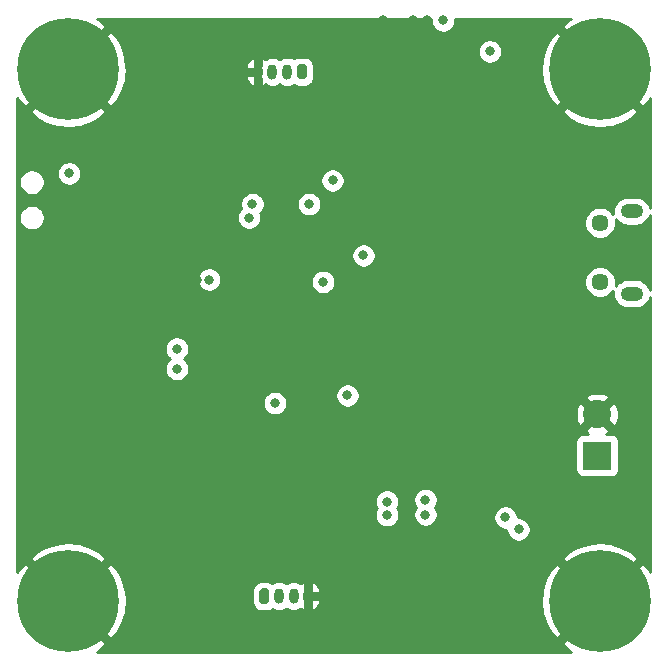
<source format=gbr>
%TF.GenerationSoftware,KiCad,Pcbnew,(5.1.8)-1*%
%TF.CreationDate,2021-01-09T13:57:28-05:00*%
%TF.ProjectId,STM32+USB+BUCK,53544d33-322b-4555-9342-2b4255434b2e,rev?*%
%TF.SameCoordinates,Original*%
%TF.FileFunction,Copper,L2,Inr*%
%TF.FilePolarity,Positive*%
%FSLAX46Y46*%
G04 Gerber Fmt 4.6, Leading zero omitted, Abs format (unit mm)*
G04 Created by KiCad (PCBNEW (5.1.8)-1) date 2021-01-09 13:57:28*
%MOMM*%
%LPD*%
G01*
G04 APERTURE LIST*
%TA.AperFunction,ComponentPad*%
%ADD10O,1.900000X1.200000*%
%TD*%
%TA.AperFunction,ComponentPad*%
%ADD11C,1.450000*%
%TD*%
%TA.AperFunction,ComponentPad*%
%ADD12C,8.600000*%
%TD*%
%TA.AperFunction,ComponentPad*%
%ADD13R,2.400000X2.400000*%
%TD*%
%TA.AperFunction,ComponentPad*%
%ADD14C,2.400000*%
%TD*%
%TA.AperFunction,ComponentPad*%
%ADD15O,0.800000X1.300000*%
%TD*%
%TA.AperFunction,ViaPad*%
%ADD16C,0.800000*%
%TD*%
%TA.AperFunction,Conductor*%
%ADD17C,0.254000*%
%TD*%
%TA.AperFunction,Conductor*%
%ADD18C,0.100000*%
%TD*%
G04 APERTURE END LIST*
D10*
%TO.N,Net-(J1-Pad6)*%
%TO.C,J1*%
X162737500Y-92000000D03*
X162737500Y-99000000D03*
D11*
X160037500Y-93000000D03*
X160037500Y-98000000D03*
%TD*%
D12*
%TO.N,GND*%
%TO.C,H1*%
X160000000Y-80000000D03*
%TD*%
%TO.N,GND*%
%TO.C,H2*%
X115000000Y-125000000D03*
%TD*%
%TO.N,GND*%
%TO.C,H3*%
X160000000Y-125000000D03*
%TD*%
%TO.N,GND*%
%TO.C,H4*%
X115000000Y-80000000D03*
%TD*%
D13*
%TO.N,+12V*%
%TO.C,J2*%
X159800000Y-112700000D03*
D14*
%TO.N,GND*%
X159800000Y-109200000D03*
%TD*%
%TO.N,+3V3*%
%TO.C,J3*%
%TA.AperFunction,ComponentPad*%
G36*
G01*
X135200000Y-79750000D02*
X135200000Y-80650000D01*
G75*
G02*
X135000000Y-80850000I-200000J0D01*
G01*
X134600000Y-80850000D01*
G75*
G02*
X134400000Y-80650000I0J200000D01*
G01*
X134400000Y-79750000D01*
G75*
G02*
X134600000Y-79550000I200000J0D01*
G01*
X135000000Y-79550000D01*
G75*
G02*
X135200000Y-79750000I0J-200000D01*
G01*
G37*
%TD.AperFunction*%
D15*
%TO.N,I2C1_SCL*%
X133550000Y-80200000D03*
%TO.N,I2C1_SDA*%
X132300000Y-80200000D03*
%TO.N,GND*%
X131050000Y-80200000D03*
%TD*%
%TO.N,GND*%
%TO.C,J5*%
X135350000Y-124600000D03*
%TO.N,USART3_RX*%
X134100000Y-124600000D03*
%TO.N,USART3_TX*%
X132850000Y-124600000D03*
%TO.N,+3V3*%
%TA.AperFunction,ComponentPad*%
G36*
G01*
X131200000Y-125050000D02*
X131200000Y-124150000D01*
G75*
G02*
X131400000Y-123950000I200000J0D01*
G01*
X131800000Y-123950000D01*
G75*
G02*
X132000000Y-124150000I0J-200000D01*
G01*
X132000000Y-125050000D01*
G75*
G02*
X131800000Y-125250000I-200000J0D01*
G01*
X131400000Y-125250000D01*
G75*
G02*
X131200000Y-125050000I0J200000D01*
G01*
G37*
%TD.AperFunction*%
%TD*%
D16*
%TO.N,GND*%
X154650000Y-110800000D03*
X152150000Y-110750000D03*
X155250000Y-105450000D03*
X155300000Y-107850000D03*
X150450000Y-115350000D03*
X150450000Y-117550000D03*
X150450000Y-118500000D03*
X147750000Y-119650000D03*
X147750000Y-120800000D03*
X147800000Y-122350000D03*
X147800000Y-123550000D03*
X150370000Y-80460000D03*
X145400000Y-75850000D03*
X144200000Y-75850000D03*
X141650000Y-75850000D03*
X125050000Y-95950000D03*
X127850000Y-95950000D03*
X126950000Y-91900000D03*
X115200000Y-93300000D03*
X125900000Y-97800000D03*
X121300000Y-99900000D03*
X126000000Y-101550000D03*
X127000000Y-101500000D03*
X141150000Y-106800000D03*
X140700000Y-108850000D03*
X129500000Y-108300000D03*
X140700000Y-93500000D03*
X142500000Y-94000000D03*
X131650000Y-92500000D03*
X154686000Y-93726000D03*
X147828000Y-110236000D03*
X147828000Y-111506000D03*
X156400000Y-115400000D03*
X157700000Y-116250000D03*
X154750000Y-111800000D03*
X156000000Y-112950000D03*
X158350000Y-94200000D03*
X157300000Y-94200000D03*
X157300000Y-93150000D03*
X158350000Y-93150000D03*
X126300000Y-105050000D03*
%TO.N,+3V3*%
X130600000Y-91400000D03*
X130320000Y-92550000D03*
X135400000Y-91400000D03*
X140000000Y-95750000D03*
X152025000Y-117925000D03*
X153150000Y-118950000D03*
X150710000Y-78470000D03*
X146750000Y-75850000D03*
X115100000Y-88800000D03*
X126950000Y-97800000D03*
X124215000Y-103650000D03*
X124215000Y-105350000D03*
X138650000Y-107600000D03*
X132500000Y-108250000D03*
X145250000Y-116450000D03*
X142000000Y-116600000D03*
X145250000Y-117700000D03*
X142000000Y-117750000D03*
%TO.N,NRST*%
X137400000Y-89400000D03*
X136600000Y-98000000D03*
%TD*%
D17*
%TO.N,GND*%
X145715000Y-75748061D02*
X145715000Y-75951939D01*
X145754774Y-76151898D01*
X145832795Y-76340256D01*
X145946063Y-76509774D01*
X146090226Y-76653937D01*
X146259744Y-76767205D01*
X146448102Y-76845226D01*
X146648061Y-76885000D01*
X146851939Y-76885000D01*
X147051898Y-76845226D01*
X147240256Y-76767205D01*
X147409774Y-76653937D01*
X147553937Y-76509774D01*
X147667205Y-76340256D01*
X147745226Y-76151898D01*
X147785000Y-75951939D01*
X147785000Y-75748061D01*
X147777429Y-75710000D01*
X157546647Y-75710000D01*
X157289527Y-75847433D01*
X156785693Y-76434968D01*
X160000000Y-79649275D01*
X160014143Y-79635133D01*
X160364868Y-79985858D01*
X160350725Y-80000000D01*
X163565032Y-83214307D01*
X164152567Y-82710473D01*
X164290000Y-82446561D01*
X164290000Y-91709670D01*
X164234011Y-91525099D01*
X164119333Y-91310551D01*
X163965002Y-91122498D01*
X163776949Y-90968167D01*
X163562401Y-90853489D01*
X163329602Y-90782870D01*
X163148165Y-90765000D01*
X162326835Y-90765000D01*
X162145398Y-90782870D01*
X161912599Y-90853489D01*
X161698051Y-90968167D01*
X161509998Y-91122498D01*
X161355667Y-91310551D01*
X161240989Y-91525099D01*
X161170370Y-91757898D01*
X161146525Y-92000000D01*
X161170370Y-92242102D01*
X161173383Y-92252035D01*
X161093881Y-92133051D01*
X160904449Y-91943619D01*
X160681701Y-91794784D01*
X160434197Y-91692264D01*
X160171448Y-91640000D01*
X159903552Y-91640000D01*
X159640803Y-91692264D01*
X159393299Y-91794784D01*
X159170551Y-91943619D01*
X158981119Y-92133051D01*
X158832284Y-92355799D01*
X158729764Y-92603303D01*
X158677500Y-92866052D01*
X158677500Y-93133948D01*
X158729764Y-93396697D01*
X158832284Y-93644201D01*
X158981119Y-93866949D01*
X159170551Y-94056381D01*
X159393299Y-94205216D01*
X159640803Y-94307736D01*
X159903552Y-94360000D01*
X160171448Y-94360000D01*
X160434197Y-94307736D01*
X160681701Y-94205216D01*
X160904449Y-94056381D01*
X161093881Y-93866949D01*
X161242716Y-93644201D01*
X161345236Y-93396697D01*
X161397500Y-93133948D01*
X161397500Y-92866052D01*
X161364516Y-92700232D01*
X161509998Y-92877502D01*
X161698051Y-93031833D01*
X161912599Y-93146511D01*
X162145398Y-93217130D01*
X162326835Y-93235000D01*
X163148165Y-93235000D01*
X163329602Y-93217130D01*
X163562401Y-93146511D01*
X163776949Y-93031833D01*
X163965002Y-92877502D01*
X164119333Y-92689449D01*
X164234011Y-92474901D01*
X164290000Y-92290330D01*
X164290000Y-98709671D01*
X164234011Y-98525099D01*
X164119333Y-98310551D01*
X163965002Y-98122498D01*
X163776949Y-97968167D01*
X163562401Y-97853489D01*
X163329602Y-97782870D01*
X163148165Y-97765000D01*
X162326835Y-97765000D01*
X162145398Y-97782870D01*
X161912599Y-97853489D01*
X161698051Y-97968167D01*
X161509998Y-98122498D01*
X161364516Y-98299768D01*
X161397500Y-98133948D01*
X161397500Y-97866052D01*
X161345236Y-97603303D01*
X161242716Y-97355799D01*
X161093881Y-97133051D01*
X160904449Y-96943619D01*
X160681701Y-96794784D01*
X160434197Y-96692264D01*
X160171448Y-96640000D01*
X159903552Y-96640000D01*
X159640803Y-96692264D01*
X159393299Y-96794784D01*
X159170551Y-96943619D01*
X158981119Y-97133051D01*
X158832284Y-97355799D01*
X158729764Y-97603303D01*
X158677500Y-97866052D01*
X158677500Y-98133948D01*
X158729764Y-98396697D01*
X158832284Y-98644201D01*
X158981119Y-98866949D01*
X159170551Y-99056381D01*
X159393299Y-99205216D01*
X159640803Y-99307736D01*
X159903552Y-99360000D01*
X160171448Y-99360000D01*
X160434197Y-99307736D01*
X160681701Y-99205216D01*
X160904449Y-99056381D01*
X161093881Y-98866949D01*
X161173383Y-98747965D01*
X161170370Y-98757898D01*
X161146525Y-99000000D01*
X161170370Y-99242102D01*
X161240989Y-99474901D01*
X161355667Y-99689449D01*
X161509998Y-99877502D01*
X161698051Y-100031833D01*
X161912599Y-100146511D01*
X162145398Y-100217130D01*
X162326835Y-100235000D01*
X163148165Y-100235000D01*
X163329602Y-100217130D01*
X163562401Y-100146511D01*
X163776949Y-100031833D01*
X163965002Y-99877502D01*
X164119333Y-99689449D01*
X164234011Y-99474901D01*
X164290000Y-99290329D01*
X164290001Y-122546649D01*
X164152567Y-122289527D01*
X163565032Y-121785693D01*
X160350725Y-125000000D01*
X160364868Y-125014143D01*
X160014143Y-125364868D01*
X160000000Y-125350725D01*
X156785693Y-128565032D01*
X157289527Y-129152567D01*
X157553439Y-129290000D01*
X117453353Y-129290000D01*
X117710473Y-129152567D01*
X118214307Y-128565032D01*
X115000000Y-125350725D01*
X114985858Y-125364868D01*
X114635133Y-125014143D01*
X114649275Y-125000000D01*
X115350725Y-125000000D01*
X118565032Y-128214307D01*
X119152567Y-127710473D01*
X119601564Y-126848265D01*
X119873724Y-125915031D01*
X119958591Y-124946632D01*
X119871463Y-124150000D01*
X130561928Y-124150000D01*
X130561928Y-125050000D01*
X130578031Y-125213500D01*
X130625722Y-125370716D01*
X130703169Y-125515608D01*
X130807394Y-125642606D01*
X130934392Y-125746831D01*
X131079284Y-125824278D01*
X131236500Y-125871969D01*
X131400000Y-125888072D01*
X131800000Y-125888072D01*
X131963500Y-125871969D01*
X132120716Y-125824278D01*
X132265608Y-125746831D01*
X132291894Y-125725259D01*
X132452008Y-125810841D01*
X132647106Y-125870024D01*
X132850000Y-125890007D01*
X133052895Y-125870024D01*
X133247993Y-125810841D01*
X133427797Y-125714734D01*
X133475000Y-125675995D01*
X133522204Y-125714734D01*
X133702008Y-125810841D01*
X133897106Y-125870024D01*
X134100000Y-125890007D01*
X134302895Y-125870024D01*
X134497993Y-125810841D01*
X134677797Y-125714734D01*
X134726707Y-125674595D01*
X134739885Y-125686351D01*
X134914772Y-125789308D01*
X134947860Y-125803682D01*
X135102000Y-125690423D01*
X135102000Y-125112310D01*
X135120024Y-125052894D01*
X135135000Y-124900837D01*
X135135000Y-124848000D01*
X135598000Y-124848000D01*
X135598000Y-125690423D01*
X135752140Y-125803682D01*
X135785228Y-125789308D01*
X135960115Y-125686351D01*
X136111556Y-125551253D01*
X136233731Y-125389206D01*
X136321944Y-125206438D01*
X136361571Y-125053368D01*
X155041409Y-125053368D01*
X155147099Y-126019716D01*
X155439284Y-126946876D01*
X155847433Y-127710473D01*
X156434968Y-128214307D01*
X159649275Y-125000000D01*
X156434968Y-121785693D01*
X155847433Y-122289527D01*
X155398436Y-123151735D01*
X155126276Y-124084969D01*
X155041409Y-125053368D01*
X136361571Y-125053368D01*
X136372806Y-125009972D01*
X136226489Y-124848000D01*
X135598000Y-124848000D01*
X135135000Y-124848000D01*
X135135000Y-124299162D01*
X135120024Y-124147105D01*
X135102000Y-124087689D01*
X135102000Y-123509577D01*
X135598000Y-123509577D01*
X135598000Y-124352000D01*
X136226489Y-124352000D01*
X136372806Y-124190028D01*
X136321944Y-123993562D01*
X136233731Y-123810794D01*
X136111556Y-123648747D01*
X135960115Y-123513649D01*
X135785228Y-123410692D01*
X135752140Y-123396318D01*
X135598000Y-123509577D01*
X135102000Y-123509577D01*
X134947860Y-123396318D01*
X134914772Y-123410692D01*
X134739885Y-123513649D01*
X134726707Y-123525405D01*
X134677797Y-123485266D01*
X134497992Y-123389159D01*
X134302894Y-123329976D01*
X134100000Y-123309993D01*
X133897105Y-123329976D01*
X133702007Y-123389159D01*
X133522203Y-123485266D01*
X133475000Y-123524004D01*
X133427797Y-123485266D01*
X133247992Y-123389159D01*
X133052894Y-123329976D01*
X132850000Y-123309993D01*
X132647105Y-123329976D01*
X132452007Y-123389159D01*
X132291894Y-123474741D01*
X132265608Y-123453169D01*
X132120716Y-123375722D01*
X131963500Y-123328031D01*
X131800000Y-123311928D01*
X131400000Y-123311928D01*
X131236500Y-123328031D01*
X131079284Y-123375722D01*
X130934392Y-123453169D01*
X130807394Y-123557394D01*
X130703169Y-123684392D01*
X130625722Y-123829284D01*
X130578031Y-123986500D01*
X130561928Y-124150000D01*
X119871463Y-124150000D01*
X119852901Y-123980284D01*
X119560716Y-123053124D01*
X119152567Y-122289527D01*
X118565032Y-121785693D01*
X115350725Y-125000000D01*
X114649275Y-125000000D01*
X111434968Y-121785693D01*
X110847433Y-122289527D01*
X110710000Y-122553439D01*
X110710000Y-121434968D01*
X111785693Y-121434968D01*
X115000000Y-124649275D01*
X118214307Y-121434968D01*
X156785693Y-121434968D01*
X160000000Y-124649275D01*
X163214307Y-121434968D01*
X162710473Y-120847433D01*
X161848265Y-120398436D01*
X160915031Y-120126276D01*
X159946632Y-120041409D01*
X158980284Y-120147099D01*
X158053124Y-120439284D01*
X157289527Y-120847433D01*
X156785693Y-121434968D01*
X118214307Y-121434968D01*
X117710473Y-120847433D01*
X116848265Y-120398436D01*
X115915031Y-120126276D01*
X114946632Y-120041409D01*
X113980284Y-120147099D01*
X113053124Y-120439284D01*
X112289527Y-120847433D01*
X111785693Y-121434968D01*
X110710000Y-121434968D01*
X110710000Y-116498061D01*
X140965000Y-116498061D01*
X140965000Y-116701939D01*
X141004774Y-116901898D01*
X141082795Y-117090256D01*
X141139419Y-117175000D01*
X141082795Y-117259744D01*
X141004774Y-117448102D01*
X140965000Y-117648061D01*
X140965000Y-117851939D01*
X141004774Y-118051898D01*
X141082795Y-118240256D01*
X141196063Y-118409774D01*
X141340226Y-118553937D01*
X141509744Y-118667205D01*
X141698102Y-118745226D01*
X141898061Y-118785000D01*
X142101939Y-118785000D01*
X142301898Y-118745226D01*
X142490256Y-118667205D01*
X142659774Y-118553937D01*
X142803937Y-118409774D01*
X142917205Y-118240256D01*
X142995226Y-118051898D01*
X143035000Y-117851939D01*
X143035000Y-117648061D01*
X142995226Y-117448102D01*
X142917205Y-117259744D01*
X142860581Y-117175000D01*
X142917205Y-117090256D01*
X142995226Y-116901898D01*
X143035000Y-116701939D01*
X143035000Y-116498061D01*
X143005164Y-116348061D01*
X144215000Y-116348061D01*
X144215000Y-116551939D01*
X144254774Y-116751898D01*
X144332795Y-116940256D01*
X144422828Y-117075000D01*
X144332795Y-117209744D01*
X144254774Y-117398102D01*
X144215000Y-117598061D01*
X144215000Y-117801939D01*
X144254774Y-118001898D01*
X144332795Y-118190256D01*
X144446063Y-118359774D01*
X144590226Y-118503937D01*
X144759744Y-118617205D01*
X144948102Y-118695226D01*
X145148061Y-118735000D01*
X145351939Y-118735000D01*
X145551898Y-118695226D01*
X145740256Y-118617205D01*
X145909774Y-118503937D01*
X146053937Y-118359774D01*
X146167205Y-118190256D01*
X146245226Y-118001898D01*
X146280798Y-117823061D01*
X150990000Y-117823061D01*
X150990000Y-118026939D01*
X151029774Y-118226898D01*
X151107795Y-118415256D01*
X151221063Y-118584774D01*
X151365226Y-118728937D01*
X151534744Y-118842205D01*
X151723102Y-118920226D01*
X151923061Y-118960000D01*
X152115000Y-118960000D01*
X152115000Y-119051939D01*
X152154774Y-119251898D01*
X152232795Y-119440256D01*
X152346063Y-119609774D01*
X152490226Y-119753937D01*
X152659744Y-119867205D01*
X152848102Y-119945226D01*
X153048061Y-119985000D01*
X153251939Y-119985000D01*
X153451898Y-119945226D01*
X153640256Y-119867205D01*
X153809774Y-119753937D01*
X153953937Y-119609774D01*
X154067205Y-119440256D01*
X154145226Y-119251898D01*
X154185000Y-119051939D01*
X154185000Y-118848061D01*
X154145226Y-118648102D01*
X154067205Y-118459744D01*
X153953937Y-118290226D01*
X153809774Y-118146063D01*
X153640256Y-118032795D01*
X153451898Y-117954774D01*
X153251939Y-117915000D01*
X153060000Y-117915000D01*
X153060000Y-117823061D01*
X153020226Y-117623102D01*
X152942205Y-117434744D01*
X152828937Y-117265226D01*
X152684774Y-117121063D01*
X152515256Y-117007795D01*
X152326898Y-116929774D01*
X152126939Y-116890000D01*
X151923061Y-116890000D01*
X151723102Y-116929774D01*
X151534744Y-117007795D01*
X151365226Y-117121063D01*
X151221063Y-117265226D01*
X151107795Y-117434744D01*
X151029774Y-117623102D01*
X150990000Y-117823061D01*
X146280798Y-117823061D01*
X146285000Y-117801939D01*
X146285000Y-117598061D01*
X146245226Y-117398102D01*
X146167205Y-117209744D01*
X146077172Y-117075000D01*
X146167205Y-116940256D01*
X146245226Y-116751898D01*
X146285000Y-116551939D01*
X146285000Y-116348061D01*
X146245226Y-116148102D01*
X146167205Y-115959744D01*
X146053937Y-115790226D01*
X145909774Y-115646063D01*
X145740256Y-115532795D01*
X145551898Y-115454774D01*
X145351939Y-115415000D01*
X145148061Y-115415000D01*
X144948102Y-115454774D01*
X144759744Y-115532795D01*
X144590226Y-115646063D01*
X144446063Y-115790226D01*
X144332795Y-115959744D01*
X144254774Y-116148102D01*
X144215000Y-116348061D01*
X143005164Y-116348061D01*
X142995226Y-116298102D01*
X142917205Y-116109744D01*
X142803937Y-115940226D01*
X142659774Y-115796063D01*
X142490256Y-115682795D01*
X142301898Y-115604774D01*
X142101939Y-115565000D01*
X141898061Y-115565000D01*
X141698102Y-115604774D01*
X141509744Y-115682795D01*
X141340226Y-115796063D01*
X141196063Y-115940226D01*
X141082795Y-116109744D01*
X141004774Y-116298102D01*
X140965000Y-116498061D01*
X110710000Y-116498061D01*
X110710000Y-111500000D01*
X157961928Y-111500000D01*
X157961928Y-113900000D01*
X157974188Y-114024482D01*
X158010498Y-114144180D01*
X158069463Y-114254494D01*
X158148815Y-114351185D01*
X158245506Y-114430537D01*
X158355820Y-114489502D01*
X158475518Y-114525812D01*
X158600000Y-114538072D01*
X161000000Y-114538072D01*
X161124482Y-114525812D01*
X161244180Y-114489502D01*
X161354494Y-114430537D01*
X161451185Y-114351185D01*
X161530537Y-114254494D01*
X161589502Y-114144180D01*
X161625812Y-114024482D01*
X161638072Y-113900000D01*
X161638072Y-111500000D01*
X161625812Y-111375518D01*
X161589502Y-111255820D01*
X161530537Y-111145506D01*
X161451185Y-111048815D01*
X161354494Y-110969463D01*
X161244180Y-110910498D01*
X161124482Y-110874188D01*
X161000000Y-110861928D01*
X160583434Y-110861928D01*
X160665069Y-110828356D01*
X160673321Y-110823946D01*
X160803229Y-110553954D01*
X159800000Y-109550725D01*
X158796771Y-110553954D01*
X158926679Y-110823946D01*
X159017722Y-110861928D01*
X158600000Y-110861928D01*
X158475518Y-110874188D01*
X158355820Y-110910498D01*
X158245506Y-110969463D01*
X158148815Y-111048815D01*
X158069463Y-111145506D01*
X158010498Y-111255820D01*
X157974188Y-111375518D01*
X157961928Y-111500000D01*
X110710000Y-111500000D01*
X110710000Y-109376075D01*
X157964547Y-109376075D01*
X158034166Y-109730771D01*
X158171644Y-110065069D01*
X158176054Y-110073321D01*
X158446046Y-110203229D01*
X159449275Y-109200000D01*
X160150725Y-109200000D01*
X161153954Y-110203229D01*
X161423946Y-110073321D01*
X161563118Y-109739725D01*
X161634536Y-109385387D01*
X161635453Y-109023925D01*
X161565834Y-108669229D01*
X161428356Y-108334931D01*
X161423946Y-108326679D01*
X161153954Y-108196771D01*
X160150725Y-109200000D01*
X159449275Y-109200000D01*
X158446046Y-108196771D01*
X158176054Y-108326679D01*
X158036882Y-108660275D01*
X157965464Y-109014613D01*
X157964547Y-109376075D01*
X110710000Y-109376075D01*
X110710000Y-108148061D01*
X131465000Y-108148061D01*
X131465000Y-108351939D01*
X131504774Y-108551898D01*
X131582795Y-108740256D01*
X131696063Y-108909774D01*
X131840226Y-109053937D01*
X132009744Y-109167205D01*
X132198102Y-109245226D01*
X132398061Y-109285000D01*
X132601939Y-109285000D01*
X132801898Y-109245226D01*
X132990256Y-109167205D01*
X133159774Y-109053937D01*
X133303937Y-108909774D01*
X133417205Y-108740256D01*
X133495226Y-108551898D01*
X133535000Y-108351939D01*
X133535000Y-108148061D01*
X133495226Y-107948102D01*
X133417205Y-107759744D01*
X133303937Y-107590226D01*
X133211772Y-107498061D01*
X137615000Y-107498061D01*
X137615000Y-107701939D01*
X137654774Y-107901898D01*
X137732795Y-108090256D01*
X137846063Y-108259774D01*
X137990226Y-108403937D01*
X138159744Y-108517205D01*
X138348102Y-108595226D01*
X138548061Y-108635000D01*
X138751939Y-108635000D01*
X138951898Y-108595226D01*
X139140256Y-108517205D01*
X139309774Y-108403937D01*
X139453937Y-108259774D01*
X139567205Y-108090256D01*
X139645226Y-107901898D01*
X139656335Y-107846046D01*
X158796771Y-107846046D01*
X159800000Y-108849275D01*
X160803229Y-107846046D01*
X160673321Y-107576054D01*
X160339725Y-107436882D01*
X159985387Y-107365464D01*
X159623925Y-107364547D01*
X159269229Y-107434166D01*
X158934931Y-107571644D01*
X158926679Y-107576054D01*
X158796771Y-107846046D01*
X139656335Y-107846046D01*
X139685000Y-107701939D01*
X139685000Y-107498061D01*
X139645226Y-107298102D01*
X139567205Y-107109744D01*
X139453937Y-106940226D01*
X139309774Y-106796063D01*
X139140256Y-106682795D01*
X138951898Y-106604774D01*
X138751939Y-106565000D01*
X138548061Y-106565000D01*
X138348102Y-106604774D01*
X138159744Y-106682795D01*
X137990226Y-106796063D01*
X137846063Y-106940226D01*
X137732795Y-107109744D01*
X137654774Y-107298102D01*
X137615000Y-107498061D01*
X133211772Y-107498061D01*
X133159774Y-107446063D01*
X132990256Y-107332795D01*
X132801898Y-107254774D01*
X132601939Y-107215000D01*
X132398061Y-107215000D01*
X132198102Y-107254774D01*
X132009744Y-107332795D01*
X131840226Y-107446063D01*
X131696063Y-107590226D01*
X131582795Y-107759744D01*
X131504774Y-107948102D01*
X131465000Y-108148061D01*
X110710000Y-108148061D01*
X110710000Y-103548061D01*
X123180000Y-103548061D01*
X123180000Y-103751939D01*
X123219774Y-103951898D01*
X123297795Y-104140256D01*
X123411063Y-104309774D01*
X123555226Y-104453937D01*
X123624164Y-104500000D01*
X123555226Y-104546063D01*
X123411063Y-104690226D01*
X123297795Y-104859744D01*
X123219774Y-105048102D01*
X123180000Y-105248061D01*
X123180000Y-105451939D01*
X123219774Y-105651898D01*
X123297795Y-105840256D01*
X123411063Y-106009774D01*
X123555226Y-106153937D01*
X123724744Y-106267205D01*
X123913102Y-106345226D01*
X124113061Y-106385000D01*
X124316939Y-106385000D01*
X124516898Y-106345226D01*
X124705256Y-106267205D01*
X124874774Y-106153937D01*
X125018937Y-106009774D01*
X125132205Y-105840256D01*
X125210226Y-105651898D01*
X125250000Y-105451939D01*
X125250000Y-105248061D01*
X125210226Y-105048102D01*
X125132205Y-104859744D01*
X125018937Y-104690226D01*
X124874774Y-104546063D01*
X124805836Y-104500000D01*
X124874774Y-104453937D01*
X125018937Y-104309774D01*
X125132205Y-104140256D01*
X125210226Y-103951898D01*
X125250000Y-103751939D01*
X125250000Y-103548061D01*
X125210226Y-103348102D01*
X125132205Y-103159744D01*
X125018937Y-102990226D01*
X124874774Y-102846063D01*
X124705256Y-102732795D01*
X124516898Y-102654774D01*
X124316939Y-102615000D01*
X124113061Y-102615000D01*
X123913102Y-102654774D01*
X123724744Y-102732795D01*
X123555226Y-102846063D01*
X123411063Y-102990226D01*
X123297795Y-103159744D01*
X123219774Y-103348102D01*
X123180000Y-103548061D01*
X110710000Y-103548061D01*
X110710000Y-97698061D01*
X125915000Y-97698061D01*
X125915000Y-97901939D01*
X125954774Y-98101898D01*
X126032795Y-98290256D01*
X126146063Y-98459774D01*
X126290226Y-98603937D01*
X126459744Y-98717205D01*
X126648102Y-98795226D01*
X126848061Y-98835000D01*
X127051939Y-98835000D01*
X127251898Y-98795226D01*
X127440256Y-98717205D01*
X127609774Y-98603937D01*
X127753937Y-98459774D01*
X127867205Y-98290256D01*
X127945226Y-98101898D01*
X127985000Y-97901939D01*
X127985000Y-97898061D01*
X135565000Y-97898061D01*
X135565000Y-98101939D01*
X135604774Y-98301898D01*
X135682795Y-98490256D01*
X135796063Y-98659774D01*
X135940226Y-98803937D01*
X136109744Y-98917205D01*
X136298102Y-98995226D01*
X136498061Y-99035000D01*
X136701939Y-99035000D01*
X136901898Y-98995226D01*
X137090256Y-98917205D01*
X137259774Y-98803937D01*
X137403937Y-98659774D01*
X137517205Y-98490256D01*
X137595226Y-98301898D01*
X137635000Y-98101939D01*
X137635000Y-97898061D01*
X137595226Y-97698102D01*
X137517205Y-97509744D01*
X137403937Y-97340226D01*
X137259774Y-97196063D01*
X137090256Y-97082795D01*
X136901898Y-97004774D01*
X136701939Y-96965000D01*
X136498061Y-96965000D01*
X136298102Y-97004774D01*
X136109744Y-97082795D01*
X135940226Y-97196063D01*
X135796063Y-97340226D01*
X135682795Y-97509744D01*
X135604774Y-97698102D01*
X135565000Y-97898061D01*
X127985000Y-97898061D01*
X127985000Y-97698061D01*
X127945226Y-97498102D01*
X127867205Y-97309744D01*
X127753937Y-97140226D01*
X127609774Y-96996063D01*
X127440256Y-96882795D01*
X127251898Y-96804774D01*
X127051939Y-96765000D01*
X126848061Y-96765000D01*
X126648102Y-96804774D01*
X126459744Y-96882795D01*
X126290226Y-96996063D01*
X126146063Y-97140226D01*
X126032795Y-97309744D01*
X125954774Y-97498102D01*
X125915000Y-97698061D01*
X110710000Y-97698061D01*
X110710000Y-95648061D01*
X138965000Y-95648061D01*
X138965000Y-95851939D01*
X139004774Y-96051898D01*
X139082795Y-96240256D01*
X139196063Y-96409774D01*
X139340226Y-96553937D01*
X139509744Y-96667205D01*
X139698102Y-96745226D01*
X139898061Y-96785000D01*
X140101939Y-96785000D01*
X140301898Y-96745226D01*
X140490256Y-96667205D01*
X140659774Y-96553937D01*
X140803937Y-96409774D01*
X140917205Y-96240256D01*
X140995226Y-96051898D01*
X141035000Y-95851939D01*
X141035000Y-95648061D01*
X140995226Y-95448102D01*
X140917205Y-95259744D01*
X140803937Y-95090226D01*
X140659774Y-94946063D01*
X140490256Y-94832795D01*
X140301898Y-94754774D01*
X140101939Y-94715000D01*
X139898061Y-94715000D01*
X139698102Y-94754774D01*
X139509744Y-94832795D01*
X139340226Y-94946063D01*
X139196063Y-95090226D01*
X139082795Y-95259744D01*
X139004774Y-95448102D01*
X138965000Y-95648061D01*
X110710000Y-95648061D01*
X110710000Y-92443137D01*
X110835000Y-92443137D01*
X110835000Y-92656863D01*
X110876696Y-92866483D01*
X110958485Y-93063940D01*
X111077225Y-93241647D01*
X111228353Y-93392775D01*
X111406060Y-93511515D01*
X111603517Y-93593304D01*
X111813137Y-93635000D01*
X112026863Y-93635000D01*
X112236483Y-93593304D01*
X112433940Y-93511515D01*
X112611647Y-93392775D01*
X112762775Y-93241647D01*
X112881515Y-93063940D01*
X112963304Y-92866483D01*
X113005000Y-92656863D01*
X113005000Y-92448061D01*
X129285000Y-92448061D01*
X129285000Y-92651939D01*
X129324774Y-92851898D01*
X129402795Y-93040256D01*
X129516063Y-93209774D01*
X129660226Y-93353937D01*
X129829744Y-93467205D01*
X130018102Y-93545226D01*
X130218061Y-93585000D01*
X130421939Y-93585000D01*
X130621898Y-93545226D01*
X130810256Y-93467205D01*
X130979774Y-93353937D01*
X131123937Y-93209774D01*
X131237205Y-93040256D01*
X131315226Y-92851898D01*
X131355000Y-92651939D01*
X131355000Y-92448061D01*
X131315226Y-92248102D01*
X131286049Y-92177662D01*
X131403937Y-92059774D01*
X131517205Y-91890256D01*
X131595226Y-91701898D01*
X131635000Y-91501939D01*
X131635000Y-91298061D01*
X134365000Y-91298061D01*
X134365000Y-91501939D01*
X134404774Y-91701898D01*
X134482795Y-91890256D01*
X134596063Y-92059774D01*
X134740226Y-92203937D01*
X134909744Y-92317205D01*
X135098102Y-92395226D01*
X135298061Y-92435000D01*
X135501939Y-92435000D01*
X135701898Y-92395226D01*
X135890256Y-92317205D01*
X136059774Y-92203937D01*
X136203937Y-92059774D01*
X136317205Y-91890256D01*
X136395226Y-91701898D01*
X136435000Y-91501939D01*
X136435000Y-91298061D01*
X136395226Y-91098102D01*
X136317205Y-90909744D01*
X136203937Y-90740226D01*
X136059774Y-90596063D01*
X135890256Y-90482795D01*
X135701898Y-90404774D01*
X135501939Y-90365000D01*
X135298061Y-90365000D01*
X135098102Y-90404774D01*
X134909744Y-90482795D01*
X134740226Y-90596063D01*
X134596063Y-90740226D01*
X134482795Y-90909744D01*
X134404774Y-91098102D01*
X134365000Y-91298061D01*
X131635000Y-91298061D01*
X131595226Y-91098102D01*
X131517205Y-90909744D01*
X131403937Y-90740226D01*
X131259774Y-90596063D01*
X131090256Y-90482795D01*
X130901898Y-90404774D01*
X130701939Y-90365000D01*
X130498061Y-90365000D01*
X130298102Y-90404774D01*
X130109744Y-90482795D01*
X129940226Y-90596063D01*
X129796063Y-90740226D01*
X129682795Y-90909744D01*
X129604774Y-91098102D01*
X129565000Y-91298061D01*
X129565000Y-91501939D01*
X129604774Y-91701898D01*
X129633951Y-91772338D01*
X129516063Y-91890226D01*
X129402795Y-92059744D01*
X129324774Y-92248102D01*
X129285000Y-92448061D01*
X113005000Y-92448061D01*
X113005000Y-92443137D01*
X112963304Y-92233517D01*
X112881515Y-92036060D01*
X112762775Y-91858353D01*
X112611647Y-91707225D01*
X112433940Y-91588485D01*
X112236483Y-91506696D01*
X112026863Y-91465000D01*
X111813137Y-91465000D01*
X111603517Y-91506696D01*
X111406060Y-91588485D01*
X111228353Y-91707225D01*
X111077225Y-91858353D01*
X110958485Y-92036060D01*
X110876696Y-92233517D01*
X110835000Y-92443137D01*
X110710000Y-92443137D01*
X110710000Y-89443137D01*
X110835000Y-89443137D01*
X110835000Y-89656863D01*
X110876696Y-89866483D01*
X110958485Y-90063940D01*
X111077225Y-90241647D01*
X111228353Y-90392775D01*
X111406060Y-90511515D01*
X111603517Y-90593304D01*
X111813137Y-90635000D01*
X112026863Y-90635000D01*
X112236483Y-90593304D01*
X112433940Y-90511515D01*
X112611647Y-90392775D01*
X112762775Y-90241647D01*
X112881515Y-90063940D01*
X112963304Y-89866483D01*
X113005000Y-89656863D01*
X113005000Y-89443137D01*
X112963304Y-89233517D01*
X112881515Y-89036060D01*
X112762775Y-88858353D01*
X112611647Y-88707225D01*
X112597933Y-88698061D01*
X114065000Y-88698061D01*
X114065000Y-88901939D01*
X114104774Y-89101898D01*
X114182795Y-89290256D01*
X114296063Y-89459774D01*
X114440226Y-89603937D01*
X114609744Y-89717205D01*
X114798102Y-89795226D01*
X114998061Y-89835000D01*
X115201939Y-89835000D01*
X115401898Y-89795226D01*
X115590256Y-89717205D01*
X115759774Y-89603937D01*
X115903937Y-89459774D01*
X116011989Y-89298061D01*
X136365000Y-89298061D01*
X136365000Y-89501939D01*
X136404774Y-89701898D01*
X136482795Y-89890256D01*
X136596063Y-90059774D01*
X136740226Y-90203937D01*
X136909744Y-90317205D01*
X137098102Y-90395226D01*
X137298061Y-90435000D01*
X137501939Y-90435000D01*
X137701898Y-90395226D01*
X137890256Y-90317205D01*
X138059774Y-90203937D01*
X138203937Y-90059774D01*
X138317205Y-89890256D01*
X138395226Y-89701898D01*
X138435000Y-89501939D01*
X138435000Y-89298061D01*
X138395226Y-89098102D01*
X138317205Y-88909744D01*
X138203937Y-88740226D01*
X138059774Y-88596063D01*
X137890256Y-88482795D01*
X137701898Y-88404774D01*
X137501939Y-88365000D01*
X137298061Y-88365000D01*
X137098102Y-88404774D01*
X136909744Y-88482795D01*
X136740226Y-88596063D01*
X136596063Y-88740226D01*
X136482795Y-88909744D01*
X136404774Y-89098102D01*
X136365000Y-89298061D01*
X116011989Y-89298061D01*
X116017205Y-89290256D01*
X116095226Y-89101898D01*
X116135000Y-88901939D01*
X116135000Y-88698061D01*
X116095226Y-88498102D01*
X116017205Y-88309744D01*
X115903937Y-88140226D01*
X115759774Y-87996063D01*
X115590256Y-87882795D01*
X115401898Y-87804774D01*
X115201939Y-87765000D01*
X114998061Y-87765000D01*
X114798102Y-87804774D01*
X114609744Y-87882795D01*
X114440226Y-87996063D01*
X114296063Y-88140226D01*
X114182795Y-88309744D01*
X114104774Y-88498102D01*
X114065000Y-88698061D01*
X112597933Y-88698061D01*
X112433940Y-88588485D01*
X112236483Y-88506696D01*
X112026863Y-88465000D01*
X111813137Y-88465000D01*
X111603517Y-88506696D01*
X111406060Y-88588485D01*
X111228353Y-88707225D01*
X111077225Y-88858353D01*
X110958485Y-89036060D01*
X110876696Y-89233517D01*
X110835000Y-89443137D01*
X110710000Y-89443137D01*
X110710000Y-83565032D01*
X111785693Y-83565032D01*
X112289527Y-84152567D01*
X113151735Y-84601564D01*
X114084969Y-84873724D01*
X115053368Y-84958591D01*
X116019716Y-84852901D01*
X116946876Y-84560716D01*
X117710473Y-84152567D01*
X118214307Y-83565032D01*
X156785693Y-83565032D01*
X157289527Y-84152567D01*
X158151735Y-84601564D01*
X159084969Y-84873724D01*
X160053368Y-84958591D01*
X161019716Y-84852901D01*
X161946876Y-84560716D01*
X162710473Y-84152567D01*
X163214307Y-83565032D01*
X160000000Y-80350725D01*
X156785693Y-83565032D01*
X118214307Y-83565032D01*
X115000000Y-80350725D01*
X111785693Y-83565032D01*
X110710000Y-83565032D01*
X110710000Y-82453353D01*
X110847433Y-82710473D01*
X111434968Y-83214307D01*
X114649275Y-80000000D01*
X115350725Y-80000000D01*
X118565032Y-83214307D01*
X119152567Y-82710473D01*
X119601564Y-81848265D01*
X119873724Y-80915031D01*
X119900458Y-80609972D01*
X130027194Y-80609972D01*
X130078056Y-80806438D01*
X130166269Y-80989206D01*
X130288444Y-81151253D01*
X130439885Y-81286351D01*
X130614772Y-81389308D01*
X130647860Y-81403682D01*
X130802000Y-81290423D01*
X130802000Y-80448000D01*
X130173511Y-80448000D01*
X130027194Y-80609972D01*
X119900458Y-80609972D01*
X119958591Y-79946632D01*
X119941464Y-79790028D01*
X130027194Y-79790028D01*
X130173511Y-79952000D01*
X130802000Y-79952000D01*
X130802000Y-79899162D01*
X131265000Y-79899162D01*
X131265000Y-80500837D01*
X131279976Y-80652894D01*
X131298000Y-80712310D01*
X131298000Y-81290423D01*
X131452140Y-81403682D01*
X131485228Y-81389308D01*
X131660115Y-81286351D01*
X131673293Y-81274595D01*
X131722203Y-81314734D01*
X131902007Y-81410841D01*
X132097105Y-81470024D01*
X132300000Y-81490007D01*
X132502894Y-81470024D01*
X132697992Y-81410841D01*
X132877797Y-81314734D01*
X132925000Y-81275996D01*
X132972203Y-81314734D01*
X133152007Y-81410841D01*
X133347105Y-81470024D01*
X133550000Y-81490007D01*
X133752894Y-81470024D01*
X133947992Y-81410841D01*
X134108106Y-81325259D01*
X134134392Y-81346831D01*
X134279284Y-81424278D01*
X134436500Y-81471969D01*
X134600000Y-81488072D01*
X135000000Y-81488072D01*
X135163500Y-81471969D01*
X135320716Y-81424278D01*
X135465608Y-81346831D01*
X135592606Y-81242606D01*
X135696831Y-81115608D01*
X135774278Y-80970716D01*
X135821969Y-80813500D01*
X135838072Y-80650000D01*
X135838072Y-80053368D01*
X155041409Y-80053368D01*
X155147099Y-81019716D01*
X155439284Y-81946876D01*
X155847433Y-82710473D01*
X156434968Y-83214307D01*
X159649275Y-80000000D01*
X156434968Y-76785693D01*
X155847433Y-77289527D01*
X155398436Y-78151735D01*
X155126276Y-79084969D01*
X155041409Y-80053368D01*
X135838072Y-80053368D01*
X135838072Y-79750000D01*
X135821969Y-79586500D01*
X135774278Y-79429284D01*
X135696831Y-79284392D01*
X135592606Y-79157394D01*
X135465608Y-79053169D01*
X135320716Y-78975722D01*
X135163500Y-78928031D01*
X135000000Y-78911928D01*
X134600000Y-78911928D01*
X134436500Y-78928031D01*
X134279284Y-78975722D01*
X134134392Y-79053169D01*
X134108106Y-79074741D01*
X133947993Y-78989159D01*
X133752895Y-78929976D01*
X133550000Y-78909993D01*
X133347106Y-78929976D01*
X133152008Y-78989159D01*
X132972204Y-79085266D01*
X132925001Y-79124005D01*
X132877797Y-79085266D01*
X132697993Y-78989159D01*
X132502895Y-78929976D01*
X132300000Y-78909993D01*
X132097106Y-78929976D01*
X131902008Y-78989159D01*
X131722204Y-79085266D01*
X131673294Y-79125406D01*
X131660115Y-79113649D01*
X131485228Y-79010692D01*
X131452140Y-78996318D01*
X131298000Y-79109577D01*
X131298000Y-79687689D01*
X131279976Y-79747105D01*
X131265000Y-79899162D01*
X130802000Y-79899162D01*
X130802000Y-79109577D01*
X130647860Y-78996318D01*
X130614772Y-79010692D01*
X130439885Y-79113649D01*
X130288444Y-79248747D01*
X130166269Y-79410794D01*
X130078056Y-79593562D01*
X130027194Y-79790028D01*
X119941464Y-79790028D01*
X119852901Y-78980284D01*
X119659966Y-78368061D01*
X149675000Y-78368061D01*
X149675000Y-78571939D01*
X149714774Y-78771898D01*
X149792795Y-78960256D01*
X149906063Y-79129774D01*
X150050226Y-79273937D01*
X150219744Y-79387205D01*
X150408102Y-79465226D01*
X150608061Y-79505000D01*
X150811939Y-79505000D01*
X151011898Y-79465226D01*
X151200256Y-79387205D01*
X151369774Y-79273937D01*
X151513937Y-79129774D01*
X151627205Y-78960256D01*
X151705226Y-78771898D01*
X151745000Y-78571939D01*
X151745000Y-78368061D01*
X151705226Y-78168102D01*
X151627205Y-77979744D01*
X151513937Y-77810226D01*
X151369774Y-77666063D01*
X151200256Y-77552795D01*
X151011898Y-77474774D01*
X150811939Y-77435000D01*
X150608061Y-77435000D01*
X150408102Y-77474774D01*
X150219744Y-77552795D01*
X150050226Y-77666063D01*
X149906063Y-77810226D01*
X149792795Y-77979744D01*
X149714774Y-78168102D01*
X149675000Y-78368061D01*
X119659966Y-78368061D01*
X119560716Y-78053124D01*
X119152567Y-77289527D01*
X118565032Y-76785693D01*
X115350725Y-80000000D01*
X114649275Y-80000000D01*
X114635133Y-79985858D01*
X114985858Y-79635133D01*
X115000000Y-79649275D01*
X118214307Y-76434968D01*
X117710473Y-75847433D01*
X117446561Y-75710000D01*
X145722571Y-75710000D01*
X145715000Y-75748061D01*
%TA.AperFunction,Conductor*%
D18*
G36*
X145715000Y-75748061D02*
G01*
X145715000Y-75951939D01*
X145754774Y-76151898D01*
X145832795Y-76340256D01*
X145946063Y-76509774D01*
X146090226Y-76653937D01*
X146259744Y-76767205D01*
X146448102Y-76845226D01*
X146648061Y-76885000D01*
X146851939Y-76885000D01*
X147051898Y-76845226D01*
X147240256Y-76767205D01*
X147409774Y-76653937D01*
X147553937Y-76509774D01*
X147667205Y-76340256D01*
X147745226Y-76151898D01*
X147785000Y-75951939D01*
X147785000Y-75748061D01*
X147777429Y-75710000D01*
X157546647Y-75710000D01*
X157289527Y-75847433D01*
X156785693Y-76434968D01*
X160000000Y-79649275D01*
X160014143Y-79635133D01*
X160364868Y-79985858D01*
X160350725Y-80000000D01*
X163565032Y-83214307D01*
X164152567Y-82710473D01*
X164290000Y-82446561D01*
X164290000Y-91709670D01*
X164234011Y-91525099D01*
X164119333Y-91310551D01*
X163965002Y-91122498D01*
X163776949Y-90968167D01*
X163562401Y-90853489D01*
X163329602Y-90782870D01*
X163148165Y-90765000D01*
X162326835Y-90765000D01*
X162145398Y-90782870D01*
X161912599Y-90853489D01*
X161698051Y-90968167D01*
X161509998Y-91122498D01*
X161355667Y-91310551D01*
X161240989Y-91525099D01*
X161170370Y-91757898D01*
X161146525Y-92000000D01*
X161170370Y-92242102D01*
X161173383Y-92252035D01*
X161093881Y-92133051D01*
X160904449Y-91943619D01*
X160681701Y-91794784D01*
X160434197Y-91692264D01*
X160171448Y-91640000D01*
X159903552Y-91640000D01*
X159640803Y-91692264D01*
X159393299Y-91794784D01*
X159170551Y-91943619D01*
X158981119Y-92133051D01*
X158832284Y-92355799D01*
X158729764Y-92603303D01*
X158677500Y-92866052D01*
X158677500Y-93133948D01*
X158729764Y-93396697D01*
X158832284Y-93644201D01*
X158981119Y-93866949D01*
X159170551Y-94056381D01*
X159393299Y-94205216D01*
X159640803Y-94307736D01*
X159903552Y-94360000D01*
X160171448Y-94360000D01*
X160434197Y-94307736D01*
X160681701Y-94205216D01*
X160904449Y-94056381D01*
X161093881Y-93866949D01*
X161242716Y-93644201D01*
X161345236Y-93396697D01*
X161397500Y-93133948D01*
X161397500Y-92866052D01*
X161364516Y-92700232D01*
X161509998Y-92877502D01*
X161698051Y-93031833D01*
X161912599Y-93146511D01*
X162145398Y-93217130D01*
X162326835Y-93235000D01*
X163148165Y-93235000D01*
X163329602Y-93217130D01*
X163562401Y-93146511D01*
X163776949Y-93031833D01*
X163965002Y-92877502D01*
X164119333Y-92689449D01*
X164234011Y-92474901D01*
X164290000Y-92290330D01*
X164290000Y-98709671D01*
X164234011Y-98525099D01*
X164119333Y-98310551D01*
X163965002Y-98122498D01*
X163776949Y-97968167D01*
X163562401Y-97853489D01*
X163329602Y-97782870D01*
X163148165Y-97765000D01*
X162326835Y-97765000D01*
X162145398Y-97782870D01*
X161912599Y-97853489D01*
X161698051Y-97968167D01*
X161509998Y-98122498D01*
X161364516Y-98299768D01*
X161397500Y-98133948D01*
X161397500Y-97866052D01*
X161345236Y-97603303D01*
X161242716Y-97355799D01*
X161093881Y-97133051D01*
X160904449Y-96943619D01*
X160681701Y-96794784D01*
X160434197Y-96692264D01*
X160171448Y-96640000D01*
X159903552Y-96640000D01*
X159640803Y-96692264D01*
X159393299Y-96794784D01*
X159170551Y-96943619D01*
X158981119Y-97133051D01*
X158832284Y-97355799D01*
X158729764Y-97603303D01*
X158677500Y-97866052D01*
X158677500Y-98133948D01*
X158729764Y-98396697D01*
X158832284Y-98644201D01*
X158981119Y-98866949D01*
X159170551Y-99056381D01*
X159393299Y-99205216D01*
X159640803Y-99307736D01*
X159903552Y-99360000D01*
X160171448Y-99360000D01*
X160434197Y-99307736D01*
X160681701Y-99205216D01*
X160904449Y-99056381D01*
X161093881Y-98866949D01*
X161173383Y-98747965D01*
X161170370Y-98757898D01*
X161146525Y-99000000D01*
X161170370Y-99242102D01*
X161240989Y-99474901D01*
X161355667Y-99689449D01*
X161509998Y-99877502D01*
X161698051Y-100031833D01*
X161912599Y-100146511D01*
X162145398Y-100217130D01*
X162326835Y-100235000D01*
X163148165Y-100235000D01*
X163329602Y-100217130D01*
X163562401Y-100146511D01*
X163776949Y-100031833D01*
X163965002Y-99877502D01*
X164119333Y-99689449D01*
X164234011Y-99474901D01*
X164290000Y-99290329D01*
X164290001Y-122546649D01*
X164152567Y-122289527D01*
X163565032Y-121785693D01*
X160350725Y-125000000D01*
X160364868Y-125014143D01*
X160014143Y-125364868D01*
X160000000Y-125350725D01*
X156785693Y-128565032D01*
X157289527Y-129152567D01*
X157553439Y-129290000D01*
X117453353Y-129290000D01*
X117710473Y-129152567D01*
X118214307Y-128565032D01*
X115000000Y-125350725D01*
X114985858Y-125364868D01*
X114635133Y-125014143D01*
X114649275Y-125000000D01*
X115350725Y-125000000D01*
X118565032Y-128214307D01*
X119152567Y-127710473D01*
X119601564Y-126848265D01*
X119873724Y-125915031D01*
X119958591Y-124946632D01*
X119871463Y-124150000D01*
X130561928Y-124150000D01*
X130561928Y-125050000D01*
X130578031Y-125213500D01*
X130625722Y-125370716D01*
X130703169Y-125515608D01*
X130807394Y-125642606D01*
X130934392Y-125746831D01*
X131079284Y-125824278D01*
X131236500Y-125871969D01*
X131400000Y-125888072D01*
X131800000Y-125888072D01*
X131963500Y-125871969D01*
X132120716Y-125824278D01*
X132265608Y-125746831D01*
X132291894Y-125725259D01*
X132452008Y-125810841D01*
X132647106Y-125870024D01*
X132850000Y-125890007D01*
X133052895Y-125870024D01*
X133247993Y-125810841D01*
X133427797Y-125714734D01*
X133475000Y-125675995D01*
X133522204Y-125714734D01*
X133702008Y-125810841D01*
X133897106Y-125870024D01*
X134100000Y-125890007D01*
X134302895Y-125870024D01*
X134497993Y-125810841D01*
X134677797Y-125714734D01*
X134726707Y-125674595D01*
X134739885Y-125686351D01*
X134914772Y-125789308D01*
X134947860Y-125803682D01*
X135102000Y-125690423D01*
X135102000Y-125112310D01*
X135120024Y-125052894D01*
X135135000Y-124900837D01*
X135135000Y-124848000D01*
X135598000Y-124848000D01*
X135598000Y-125690423D01*
X135752140Y-125803682D01*
X135785228Y-125789308D01*
X135960115Y-125686351D01*
X136111556Y-125551253D01*
X136233731Y-125389206D01*
X136321944Y-125206438D01*
X136361571Y-125053368D01*
X155041409Y-125053368D01*
X155147099Y-126019716D01*
X155439284Y-126946876D01*
X155847433Y-127710473D01*
X156434968Y-128214307D01*
X159649275Y-125000000D01*
X156434968Y-121785693D01*
X155847433Y-122289527D01*
X155398436Y-123151735D01*
X155126276Y-124084969D01*
X155041409Y-125053368D01*
X136361571Y-125053368D01*
X136372806Y-125009972D01*
X136226489Y-124848000D01*
X135598000Y-124848000D01*
X135135000Y-124848000D01*
X135135000Y-124299162D01*
X135120024Y-124147105D01*
X135102000Y-124087689D01*
X135102000Y-123509577D01*
X135598000Y-123509577D01*
X135598000Y-124352000D01*
X136226489Y-124352000D01*
X136372806Y-124190028D01*
X136321944Y-123993562D01*
X136233731Y-123810794D01*
X136111556Y-123648747D01*
X135960115Y-123513649D01*
X135785228Y-123410692D01*
X135752140Y-123396318D01*
X135598000Y-123509577D01*
X135102000Y-123509577D01*
X134947860Y-123396318D01*
X134914772Y-123410692D01*
X134739885Y-123513649D01*
X134726707Y-123525405D01*
X134677797Y-123485266D01*
X134497992Y-123389159D01*
X134302894Y-123329976D01*
X134100000Y-123309993D01*
X133897105Y-123329976D01*
X133702007Y-123389159D01*
X133522203Y-123485266D01*
X133475000Y-123524004D01*
X133427797Y-123485266D01*
X133247992Y-123389159D01*
X133052894Y-123329976D01*
X132850000Y-123309993D01*
X132647105Y-123329976D01*
X132452007Y-123389159D01*
X132291894Y-123474741D01*
X132265608Y-123453169D01*
X132120716Y-123375722D01*
X131963500Y-123328031D01*
X131800000Y-123311928D01*
X131400000Y-123311928D01*
X131236500Y-123328031D01*
X131079284Y-123375722D01*
X130934392Y-123453169D01*
X130807394Y-123557394D01*
X130703169Y-123684392D01*
X130625722Y-123829284D01*
X130578031Y-123986500D01*
X130561928Y-124150000D01*
X119871463Y-124150000D01*
X119852901Y-123980284D01*
X119560716Y-123053124D01*
X119152567Y-122289527D01*
X118565032Y-121785693D01*
X115350725Y-125000000D01*
X114649275Y-125000000D01*
X111434968Y-121785693D01*
X110847433Y-122289527D01*
X110710000Y-122553439D01*
X110710000Y-121434968D01*
X111785693Y-121434968D01*
X115000000Y-124649275D01*
X118214307Y-121434968D01*
X156785693Y-121434968D01*
X160000000Y-124649275D01*
X163214307Y-121434968D01*
X162710473Y-120847433D01*
X161848265Y-120398436D01*
X160915031Y-120126276D01*
X159946632Y-120041409D01*
X158980284Y-120147099D01*
X158053124Y-120439284D01*
X157289527Y-120847433D01*
X156785693Y-121434968D01*
X118214307Y-121434968D01*
X117710473Y-120847433D01*
X116848265Y-120398436D01*
X115915031Y-120126276D01*
X114946632Y-120041409D01*
X113980284Y-120147099D01*
X113053124Y-120439284D01*
X112289527Y-120847433D01*
X111785693Y-121434968D01*
X110710000Y-121434968D01*
X110710000Y-116498061D01*
X140965000Y-116498061D01*
X140965000Y-116701939D01*
X141004774Y-116901898D01*
X141082795Y-117090256D01*
X141139419Y-117175000D01*
X141082795Y-117259744D01*
X141004774Y-117448102D01*
X140965000Y-117648061D01*
X140965000Y-117851939D01*
X141004774Y-118051898D01*
X141082795Y-118240256D01*
X141196063Y-118409774D01*
X141340226Y-118553937D01*
X141509744Y-118667205D01*
X141698102Y-118745226D01*
X141898061Y-118785000D01*
X142101939Y-118785000D01*
X142301898Y-118745226D01*
X142490256Y-118667205D01*
X142659774Y-118553937D01*
X142803937Y-118409774D01*
X142917205Y-118240256D01*
X142995226Y-118051898D01*
X143035000Y-117851939D01*
X143035000Y-117648061D01*
X142995226Y-117448102D01*
X142917205Y-117259744D01*
X142860581Y-117175000D01*
X142917205Y-117090256D01*
X142995226Y-116901898D01*
X143035000Y-116701939D01*
X143035000Y-116498061D01*
X143005164Y-116348061D01*
X144215000Y-116348061D01*
X144215000Y-116551939D01*
X144254774Y-116751898D01*
X144332795Y-116940256D01*
X144422828Y-117075000D01*
X144332795Y-117209744D01*
X144254774Y-117398102D01*
X144215000Y-117598061D01*
X144215000Y-117801939D01*
X144254774Y-118001898D01*
X144332795Y-118190256D01*
X144446063Y-118359774D01*
X144590226Y-118503937D01*
X144759744Y-118617205D01*
X144948102Y-118695226D01*
X145148061Y-118735000D01*
X145351939Y-118735000D01*
X145551898Y-118695226D01*
X145740256Y-118617205D01*
X145909774Y-118503937D01*
X146053937Y-118359774D01*
X146167205Y-118190256D01*
X146245226Y-118001898D01*
X146280798Y-117823061D01*
X150990000Y-117823061D01*
X150990000Y-118026939D01*
X151029774Y-118226898D01*
X151107795Y-118415256D01*
X151221063Y-118584774D01*
X151365226Y-118728937D01*
X151534744Y-118842205D01*
X151723102Y-118920226D01*
X151923061Y-118960000D01*
X152115000Y-118960000D01*
X152115000Y-119051939D01*
X152154774Y-119251898D01*
X152232795Y-119440256D01*
X152346063Y-119609774D01*
X152490226Y-119753937D01*
X152659744Y-119867205D01*
X152848102Y-119945226D01*
X153048061Y-119985000D01*
X153251939Y-119985000D01*
X153451898Y-119945226D01*
X153640256Y-119867205D01*
X153809774Y-119753937D01*
X153953937Y-119609774D01*
X154067205Y-119440256D01*
X154145226Y-119251898D01*
X154185000Y-119051939D01*
X154185000Y-118848061D01*
X154145226Y-118648102D01*
X154067205Y-118459744D01*
X153953937Y-118290226D01*
X153809774Y-118146063D01*
X153640256Y-118032795D01*
X153451898Y-117954774D01*
X153251939Y-117915000D01*
X153060000Y-117915000D01*
X153060000Y-117823061D01*
X153020226Y-117623102D01*
X152942205Y-117434744D01*
X152828937Y-117265226D01*
X152684774Y-117121063D01*
X152515256Y-117007795D01*
X152326898Y-116929774D01*
X152126939Y-116890000D01*
X151923061Y-116890000D01*
X151723102Y-116929774D01*
X151534744Y-117007795D01*
X151365226Y-117121063D01*
X151221063Y-117265226D01*
X151107795Y-117434744D01*
X151029774Y-117623102D01*
X150990000Y-117823061D01*
X146280798Y-117823061D01*
X146285000Y-117801939D01*
X146285000Y-117598061D01*
X146245226Y-117398102D01*
X146167205Y-117209744D01*
X146077172Y-117075000D01*
X146167205Y-116940256D01*
X146245226Y-116751898D01*
X146285000Y-116551939D01*
X146285000Y-116348061D01*
X146245226Y-116148102D01*
X146167205Y-115959744D01*
X146053937Y-115790226D01*
X145909774Y-115646063D01*
X145740256Y-115532795D01*
X145551898Y-115454774D01*
X145351939Y-115415000D01*
X145148061Y-115415000D01*
X144948102Y-115454774D01*
X144759744Y-115532795D01*
X144590226Y-115646063D01*
X144446063Y-115790226D01*
X144332795Y-115959744D01*
X144254774Y-116148102D01*
X144215000Y-116348061D01*
X143005164Y-116348061D01*
X142995226Y-116298102D01*
X142917205Y-116109744D01*
X142803937Y-115940226D01*
X142659774Y-115796063D01*
X142490256Y-115682795D01*
X142301898Y-115604774D01*
X142101939Y-115565000D01*
X141898061Y-115565000D01*
X141698102Y-115604774D01*
X141509744Y-115682795D01*
X141340226Y-115796063D01*
X141196063Y-115940226D01*
X141082795Y-116109744D01*
X141004774Y-116298102D01*
X140965000Y-116498061D01*
X110710000Y-116498061D01*
X110710000Y-111500000D01*
X157961928Y-111500000D01*
X157961928Y-113900000D01*
X157974188Y-114024482D01*
X158010498Y-114144180D01*
X158069463Y-114254494D01*
X158148815Y-114351185D01*
X158245506Y-114430537D01*
X158355820Y-114489502D01*
X158475518Y-114525812D01*
X158600000Y-114538072D01*
X161000000Y-114538072D01*
X161124482Y-114525812D01*
X161244180Y-114489502D01*
X161354494Y-114430537D01*
X161451185Y-114351185D01*
X161530537Y-114254494D01*
X161589502Y-114144180D01*
X161625812Y-114024482D01*
X161638072Y-113900000D01*
X161638072Y-111500000D01*
X161625812Y-111375518D01*
X161589502Y-111255820D01*
X161530537Y-111145506D01*
X161451185Y-111048815D01*
X161354494Y-110969463D01*
X161244180Y-110910498D01*
X161124482Y-110874188D01*
X161000000Y-110861928D01*
X160583434Y-110861928D01*
X160665069Y-110828356D01*
X160673321Y-110823946D01*
X160803229Y-110553954D01*
X159800000Y-109550725D01*
X158796771Y-110553954D01*
X158926679Y-110823946D01*
X159017722Y-110861928D01*
X158600000Y-110861928D01*
X158475518Y-110874188D01*
X158355820Y-110910498D01*
X158245506Y-110969463D01*
X158148815Y-111048815D01*
X158069463Y-111145506D01*
X158010498Y-111255820D01*
X157974188Y-111375518D01*
X157961928Y-111500000D01*
X110710000Y-111500000D01*
X110710000Y-109376075D01*
X157964547Y-109376075D01*
X158034166Y-109730771D01*
X158171644Y-110065069D01*
X158176054Y-110073321D01*
X158446046Y-110203229D01*
X159449275Y-109200000D01*
X160150725Y-109200000D01*
X161153954Y-110203229D01*
X161423946Y-110073321D01*
X161563118Y-109739725D01*
X161634536Y-109385387D01*
X161635453Y-109023925D01*
X161565834Y-108669229D01*
X161428356Y-108334931D01*
X161423946Y-108326679D01*
X161153954Y-108196771D01*
X160150725Y-109200000D01*
X159449275Y-109200000D01*
X158446046Y-108196771D01*
X158176054Y-108326679D01*
X158036882Y-108660275D01*
X157965464Y-109014613D01*
X157964547Y-109376075D01*
X110710000Y-109376075D01*
X110710000Y-108148061D01*
X131465000Y-108148061D01*
X131465000Y-108351939D01*
X131504774Y-108551898D01*
X131582795Y-108740256D01*
X131696063Y-108909774D01*
X131840226Y-109053937D01*
X132009744Y-109167205D01*
X132198102Y-109245226D01*
X132398061Y-109285000D01*
X132601939Y-109285000D01*
X132801898Y-109245226D01*
X132990256Y-109167205D01*
X133159774Y-109053937D01*
X133303937Y-108909774D01*
X133417205Y-108740256D01*
X133495226Y-108551898D01*
X133535000Y-108351939D01*
X133535000Y-108148061D01*
X133495226Y-107948102D01*
X133417205Y-107759744D01*
X133303937Y-107590226D01*
X133211772Y-107498061D01*
X137615000Y-107498061D01*
X137615000Y-107701939D01*
X137654774Y-107901898D01*
X137732795Y-108090256D01*
X137846063Y-108259774D01*
X137990226Y-108403937D01*
X138159744Y-108517205D01*
X138348102Y-108595226D01*
X138548061Y-108635000D01*
X138751939Y-108635000D01*
X138951898Y-108595226D01*
X139140256Y-108517205D01*
X139309774Y-108403937D01*
X139453937Y-108259774D01*
X139567205Y-108090256D01*
X139645226Y-107901898D01*
X139656335Y-107846046D01*
X158796771Y-107846046D01*
X159800000Y-108849275D01*
X160803229Y-107846046D01*
X160673321Y-107576054D01*
X160339725Y-107436882D01*
X159985387Y-107365464D01*
X159623925Y-107364547D01*
X159269229Y-107434166D01*
X158934931Y-107571644D01*
X158926679Y-107576054D01*
X158796771Y-107846046D01*
X139656335Y-107846046D01*
X139685000Y-107701939D01*
X139685000Y-107498061D01*
X139645226Y-107298102D01*
X139567205Y-107109744D01*
X139453937Y-106940226D01*
X139309774Y-106796063D01*
X139140256Y-106682795D01*
X138951898Y-106604774D01*
X138751939Y-106565000D01*
X138548061Y-106565000D01*
X138348102Y-106604774D01*
X138159744Y-106682795D01*
X137990226Y-106796063D01*
X137846063Y-106940226D01*
X137732795Y-107109744D01*
X137654774Y-107298102D01*
X137615000Y-107498061D01*
X133211772Y-107498061D01*
X133159774Y-107446063D01*
X132990256Y-107332795D01*
X132801898Y-107254774D01*
X132601939Y-107215000D01*
X132398061Y-107215000D01*
X132198102Y-107254774D01*
X132009744Y-107332795D01*
X131840226Y-107446063D01*
X131696063Y-107590226D01*
X131582795Y-107759744D01*
X131504774Y-107948102D01*
X131465000Y-108148061D01*
X110710000Y-108148061D01*
X110710000Y-103548061D01*
X123180000Y-103548061D01*
X123180000Y-103751939D01*
X123219774Y-103951898D01*
X123297795Y-104140256D01*
X123411063Y-104309774D01*
X123555226Y-104453937D01*
X123624164Y-104500000D01*
X123555226Y-104546063D01*
X123411063Y-104690226D01*
X123297795Y-104859744D01*
X123219774Y-105048102D01*
X123180000Y-105248061D01*
X123180000Y-105451939D01*
X123219774Y-105651898D01*
X123297795Y-105840256D01*
X123411063Y-106009774D01*
X123555226Y-106153937D01*
X123724744Y-106267205D01*
X123913102Y-106345226D01*
X124113061Y-106385000D01*
X124316939Y-106385000D01*
X124516898Y-106345226D01*
X124705256Y-106267205D01*
X124874774Y-106153937D01*
X125018937Y-106009774D01*
X125132205Y-105840256D01*
X125210226Y-105651898D01*
X125250000Y-105451939D01*
X125250000Y-105248061D01*
X125210226Y-105048102D01*
X125132205Y-104859744D01*
X125018937Y-104690226D01*
X124874774Y-104546063D01*
X124805836Y-104500000D01*
X124874774Y-104453937D01*
X125018937Y-104309774D01*
X125132205Y-104140256D01*
X125210226Y-103951898D01*
X125250000Y-103751939D01*
X125250000Y-103548061D01*
X125210226Y-103348102D01*
X125132205Y-103159744D01*
X125018937Y-102990226D01*
X124874774Y-102846063D01*
X124705256Y-102732795D01*
X124516898Y-102654774D01*
X124316939Y-102615000D01*
X124113061Y-102615000D01*
X123913102Y-102654774D01*
X123724744Y-102732795D01*
X123555226Y-102846063D01*
X123411063Y-102990226D01*
X123297795Y-103159744D01*
X123219774Y-103348102D01*
X123180000Y-103548061D01*
X110710000Y-103548061D01*
X110710000Y-97698061D01*
X125915000Y-97698061D01*
X125915000Y-97901939D01*
X125954774Y-98101898D01*
X126032795Y-98290256D01*
X126146063Y-98459774D01*
X126290226Y-98603937D01*
X126459744Y-98717205D01*
X126648102Y-98795226D01*
X126848061Y-98835000D01*
X127051939Y-98835000D01*
X127251898Y-98795226D01*
X127440256Y-98717205D01*
X127609774Y-98603937D01*
X127753937Y-98459774D01*
X127867205Y-98290256D01*
X127945226Y-98101898D01*
X127985000Y-97901939D01*
X127985000Y-97898061D01*
X135565000Y-97898061D01*
X135565000Y-98101939D01*
X135604774Y-98301898D01*
X135682795Y-98490256D01*
X135796063Y-98659774D01*
X135940226Y-98803937D01*
X136109744Y-98917205D01*
X136298102Y-98995226D01*
X136498061Y-99035000D01*
X136701939Y-99035000D01*
X136901898Y-98995226D01*
X137090256Y-98917205D01*
X137259774Y-98803937D01*
X137403937Y-98659774D01*
X137517205Y-98490256D01*
X137595226Y-98301898D01*
X137635000Y-98101939D01*
X137635000Y-97898061D01*
X137595226Y-97698102D01*
X137517205Y-97509744D01*
X137403937Y-97340226D01*
X137259774Y-97196063D01*
X137090256Y-97082795D01*
X136901898Y-97004774D01*
X136701939Y-96965000D01*
X136498061Y-96965000D01*
X136298102Y-97004774D01*
X136109744Y-97082795D01*
X135940226Y-97196063D01*
X135796063Y-97340226D01*
X135682795Y-97509744D01*
X135604774Y-97698102D01*
X135565000Y-97898061D01*
X127985000Y-97898061D01*
X127985000Y-97698061D01*
X127945226Y-97498102D01*
X127867205Y-97309744D01*
X127753937Y-97140226D01*
X127609774Y-96996063D01*
X127440256Y-96882795D01*
X127251898Y-96804774D01*
X127051939Y-96765000D01*
X126848061Y-96765000D01*
X126648102Y-96804774D01*
X126459744Y-96882795D01*
X126290226Y-96996063D01*
X126146063Y-97140226D01*
X126032795Y-97309744D01*
X125954774Y-97498102D01*
X125915000Y-97698061D01*
X110710000Y-97698061D01*
X110710000Y-95648061D01*
X138965000Y-95648061D01*
X138965000Y-95851939D01*
X139004774Y-96051898D01*
X139082795Y-96240256D01*
X139196063Y-96409774D01*
X139340226Y-96553937D01*
X139509744Y-96667205D01*
X139698102Y-96745226D01*
X139898061Y-96785000D01*
X140101939Y-96785000D01*
X140301898Y-96745226D01*
X140490256Y-96667205D01*
X140659774Y-96553937D01*
X140803937Y-96409774D01*
X140917205Y-96240256D01*
X140995226Y-96051898D01*
X141035000Y-95851939D01*
X141035000Y-95648061D01*
X140995226Y-95448102D01*
X140917205Y-95259744D01*
X140803937Y-95090226D01*
X140659774Y-94946063D01*
X140490256Y-94832795D01*
X140301898Y-94754774D01*
X140101939Y-94715000D01*
X139898061Y-94715000D01*
X139698102Y-94754774D01*
X139509744Y-94832795D01*
X139340226Y-94946063D01*
X139196063Y-95090226D01*
X139082795Y-95259744D01*
X139004774Y-95448102D01*
X138965000Y-95648061D01*
X110710000Y-95648061D01*
X110710000Y-92443137D01*
X110835000Y-92443137D01*
X110835000Y-92656863D01*
X110876696Y-92866483D01*
X110958485Y-93063940D01*
X111077225Y-93241647D01*
X111228353Y-93392775D01*
X111406060Y-93511515D01*
X111603517Y-93593304D01*
X111813137Y-93635000D01*
X112026863Y-93635000D01*
X112236483Y-93593304D01*
X112433940Y-93511515D01*
X112611647Y-93392775D01*
X112762775Y-93241647D01*
X112881515Y-93063940D01*
X112963304Y-92866483D01*
X113005000Y-92656863D01*
X113005000Y-92448061D01*
X129285000Y-92448061D01*
X129285000Y-92651939D01*
X129324774Y-92851898D01*
X129402795Y-93040256D01*
X129516063Y-93209774D01*
X129660226Y-93353937D01*
X129829744Y-93467205D01*
X130018102Y-93545226D01*
X130218061Y-93585000D01*
X130421939Y-93585000D01*
X130621898Y-93545226D01*
X130810256Y-93467205D01*
X130979774Y-93353937D01*
X131123937Y-93209774D01*
X131237205Y-93040256D01*
X131315226Y-92851898D01*
X131355000Y-92651939D01*
X131355000Y-92448061D01*
X131315226Y-92248102D01*
X131286049Y-92177662D01*
X131403937Y-92059774D01*
X131517205Y-91890256D01*
X131595226Y-91701898D01*
X131635000Y-91501939D01*
X131635000Y-91298061D01*
X134365000Y-91298061D01*
X134365000Y-91501939D01*
X134404774Y-91701898D01*
X134482795Y-91890256D01*
X134596063Y-92059774D01*
X134740226Y-92203937D01*
X134909744Y-92317205D01*
X135098102Y-92395226D01*
X135298061Y-92435000D01*
X135501939Y-92435000D01*
X135701898Y-92395226D01*
X135890256Y-92317205D01*
X136059774Y-92203937D01*
X136203937Y-92059774D01*
X136317205Y-91890256D01*
X136395226Y-91701898D01*
X136435000Y-91501939D01*
X136435000Y-91298061D01*
X136395226Y-91098102D01*
X136317205Y-90909744D01*
X136203937Y-90740226D01*
X136059774Y-90596063D01*
X135890256Y-90482795D01*
X135701898Y-90404774D01*
X135501939Y-90365000D01*
X135298061Y-90365000D01*
X135098102Y-90404774D01*
X134909744Y-90482795D01*
X134740226Y-90596063D01*
X134596063Y-90740226D01*
X134482795Y-90909744D01*
X134404774Y-91098102D01*
X134365000Y-91298061D01*
X131635000Y-91298061D01*
X131595226Y-91098102D01*
X131517205Y-90909744D01*
X131403937Y-90740226D01*
X131259774Y-90596063D01*
X131090256Y-90482795D01*
X130901898Y-90404774D01*
X130701939Y-90365000D01*
X130498061Y-90365000D01*
X130298102Y-90404774D01*
X130109744Y-90482795D01*
X129940226Y-90596063D01*
X129796063Y-90740226D01*
X129682795Y-90909744D01*
X129604774Y-91098102D01*
X129565000Y-91298061D01*
X129565000Y-91501939D01*
X129604774Y-91701898D01*
X129633951Y-91772338D01*
X129516063Y-91890226D01*
X129402795Y-92059744D01*
X129324774Y-92248102D01*
X129285000Y-92448061D01*
X113005000Y-92448061D01*
X113005000Y-92443137D01*
X112963304Y-92233517D01*
X112881515Y-92036060D01*
X112762775Y-91858353D01*
X112611647Y-91707225D01*
X112433940Y-91588485D01*
X112236483Y-91506696D01*
X112026863Y-91465000D01*
X111813137Y-91465000D01*
X111603517Y-91506696D01*
X111406060Y-91588485D01*
X111228353Y-91707225D01*
X111077225Y-91858353D01*
X110958485Y-92036060D01*
X110876696Y-92233517D01*
X110835000Y-92443137D01*
X110710000Y-92443137D01*
X110710000Y-89443137D01*
X110835000Y-89443137D01*
X110835000Y-89656863D01*
X110876696Y-89866483D01*
X110958485Y-90063940D01*
X111077225Y-90241647D01*
X111228353Y-90392775D01*
X111406060Y-90511515D01*
X111603517Y-90593304D01*
X111813137Y-90635000D01*
X112026863Y-90635000D01*
X112236483Y-90593304D01*
X112433940Y-90511515D01*
X112611647Y-90392775D01*
X112762775Y-90241647D01*
X112881515Y-90063940D01*
X112963304Y-89866483D01*
X113005000Y-89656863D01*
X113005000Y-89443137D01*
X112963304Y-89233517D01*
X112881515Y-89036060D01*
X112762775Y-88858353D01*
X112611647Y-88707225D01*
X112597933Y-88698061D01*
X114065000Y-88698061D01*
X114065000Y-88901939D01*
X114104774Y-89101898D01*
X114182795Y-89290256D01*
X114296063Y-89459774D01*
X114440226Y-89603937D01*
X114609744Y-89717205D01*
X114798102Y-89795226D01*
X114998061Y-89835000D01*
X115201939Y-89835000D01*
X115401898Y-89795226D01*
X115590256Y-89717205D01*
X115759774Y-89603937D01*
X115903937Y-89459774D01*
X116011989Y-89298061D01*
X136365000Y-89298061D01*
X136365000Y-89501939D01*
X136404774Y-89701898D01*
X136482795Y-89890256D01*
X136596063Y-90059774D01*
X136740226Y-90203937D01*
X136909744Y-90317205D01*
X137098102Y-90395226D01*
X137298061Y-90435000D01*
X137501939Y-90435000D01*
X137701898Y-90395226D01*
X137890256Y-90317205D01*
X138059774Y-90203937D01*
X138203937Y-90059774D01*
X138317205Y-89890256D01*
X138395226Y-89701898D01*
X138435000Y-89501939D01*
X138435000Y-89298061D01*
X138395226Y-89098102D01*
X138317205Y-88909744D01*
X138203937Y-88740226D01*
X138059774Y-88596063D01*
X137890256Y-88482795D01*
X137701898Y-88404774D01*
X137501939Y-88365000D01*
X137298061Y-88365000D01*
X137098102Y-88404774D01*
X136909744Y-88482795D01*
X136740226Y-88596063D01*
X136596063Y-88740226D01*
X136482795Y-88909744D01*
X136404774Y-89098102D01*
X136365000Y-89298061D01*
X116011989Y-89298061D01*
X116017205Y-89290256D01*
X116095226Y-89101898D01*
X116135000Y-88901939D01*
X116135000Y-88698061D01*
X116095226Y-88498102D01*
X116017205Y-88309744D01*
X115903937Y-88140226D01*
X115759774Y-87996063D01*
X115590256Y-87882795D01*
X115401898Y-87804774D01*
X115201939Y-87765000D01*
X114998061Y-87765000D01*
X114798102Y-87804774D01*
X114609744Y-87882795D01*
X114440226Y-87996063D01*
X114296063Y-88140226D01*
X114182795Y-88309744D01*
X114104774Y-88498102D01*
X114065000Y-88698061D01*
X112597933Y-88698061D01*
X112433940Y-88588485D01*
X112236483Y-88506696D01*
X112026863Y-88465000D01*
X111813137Y-88465000D01*
X111603517Y-88506696D01*
X111406060Y-88588485D01*
X111228353Y-88707225D01*
X111077225Y-88858353D01*
X110958485Y-89036060D01*
X110876696Y-89233517D01*
X110835000Y-89443137D01*
X110710000Y-89443137D01*
X110710000Y-83565032D01*
X111785693Y-83565032D01*
X112289527Y-84152567D01*
X113151735Y-84601564D01*
X114084969Y-84873724D01*
X115053368Y-84958591D01*
X116019716Y-84852901D01*
X116946876Y-84560716D01*
X117710473Y-84152567D01*
X118214307Y-83565032D01*
X156785693Y-83565032D01*
X157289527Y-84152567D01*
X158151735Y-84601564D01*
X159084969Y-84873724D01*
X160053368Y-84958591D01*
X161019716Y-84852901D01*
X161946876Y-84560716D01*
X162710473Y-84152567D01*
X163214307Y-83565032D01*
X160000000Y-80350725D01*
X156785693Y-83565032D01*
X118214307Y-83565032D01*
X115000000Y-80350725D01*
X111785693Y-83565032D01*
X110710000Y-83565032D01*
X110710000Y-82453353D01*
X110847433Y-82710473D01*
X111434968Y-83214307D01*
X114649275Y-80000000D01*
X115350725Y-80000000D01*
X118565032Y-83214307D01*
X119152567Y-82710473D01*
X119601564Y-81848265D01*
X119873724Y-80915031D01*
X119900458Y-80609972D01*
X130027194Y-80609972D01*
X130078056Y-80806438D01*
X130166269Y-80989206D01*
X130288444Y-81151253D01*
X130439885Y-81286351D01*
X130614772Y-81389308D01*
X130647860Y-81403682D01*
X130802000Y-81290423D01*
X130802000Y-80448000D01*
X130173511Y-80448000D01*
X130027194Y-80609972D01*
X119900458Y-80609972D01*
X119958591Y-79946632D01*
X119941464Y-79790028D01*
X130027194Y-79790028D01*
X130173511Y-79952000D01*
X130802000Y-79952000D01*
X130802000Y-79899162D01*
X131265000Y-79899162D01*
X131265000Y-80500837D01*
X131279976Y-80652894D01*
X131298000Y-80712310D01*
X131298000Y-81290423D01*
X131452140Y-81403682D01*
X131485228Y-81389308D01*
X131660115Y-81286351D01*
X131673293Y-81274595D01*
X131722203Y-81314734D01*
X131902007Y-81410841D01*
X132097105Y-81470024D01*
X132300000Y-81490007D01*
X132502894Y-81470024D01*
X132697992Y-81410841D01*
X132877797Y-81314734D01*
X132925000Y-81275996D01*
X132972203Y-81314734D01*
X133152007Y-81410841D01*
X133347105Y-81470024D01*
X133550000Y-81490007D01*
X133752894Y-81470024D01*
X133947992Y-81410841D01*
X134108106Y-81325259D01*
X134134392Y-81346831D01*
X134279284Y-81424278D01*
X134436500Y-81471969D01*
X134600000Y-81488072D01*
X135000000Y-81488072D01*
X135163500Y-81471969D01*
X135320716Y-81424278D01*
X135465608Y-81346831D01*
X135592606Y-81242606D01*
X135696831Y-81115608D01*
X135774278Y-80970716D01*
X135821969Y-80813500D01*
X135838072Y-80650000D01*
X135838072Y-80053368D01*
X155041409Y-80053368D01*
X155147099Y-81019716D01*
X155439284Y-81946876D01*
X155847433Y-82710473D01*
X156434968Y-83214307D01*
X159649275Y-80000000D01*
X156434968Y-76785693D01*
X155847433Y-77289527D01*
X155398436Y-78151735D01*
X155126276Y-79084969D01*
X155041409Y-80053368D01*
X135838072Y-80053368D01*
X135838072Y-79750000D01*
X135821969Y-79586500D01*
X135774278Y-79429284D01*
X135696831Y-79284392D01*
X135592606Y-79157394D01*
X135465608Y-79053169D01*
X135320716Y-78975722D01*
X135163500Y-78928031D01*
X135000000Y-78911928D01*
X134600000Y-78911928D01*
X134436500Y-78928031D01*
X134279284Y-78975722D01*
X134134392Y-79053169D01*
X134108106Y-79074741D01*
X133947993Y-78989159D01*
X133752895Y-78929976D01*
X133550000Y-78909993D01*
X133347106Y-78929976D01*
X133152008Y-78989159D01*
X132972204Y-79085266D01*
X132925001Y-79124005D01*
X132877797Y-79085266D01*
X132697993Y-78989159D01*
X132502895Y-78929976D01*
X132300000Y-78909993D01*
X132097106Y-78929976D01*
X131902008Y-78989159D01*
X131722204Y-79085266D01*
X131673294Y-79125406D01*
X131660115Y-79113649D01*
X131485228Y-79010692D01*
X131452140Y-78996318D01*
X131298000Y-79109577D01*
X131298000Y-79687689D01*
X131279976Y-79747105D01*
X131265000Y-79899162D01*
X130802000Y-79899162D01*
X130802000Y-79109577D01*
X130647860Y-78996318D01*
X130614772Y-79010692D01*
X130439885Y-79113649D01*
X130288444Y-79248747D01*
X130166269Y-79410794D01*
X130078056Y-79593562D01*
X130027194Y-79790028D01*
X119941464Y-79790028D01*
X119852901Y-78980284D01*
X119659966Y-78368061D01*
X149675000Y-78368061D01*
X149675000Y-78571939D01*
X149714774Y-78771898D01*
X149792795Y-78960256D01*
X149906063Y-79129774D01*
X150050226Y-79273937D01*
X150219744Y-79387205D01*
X150408102Y-79465226D01*
X150608061Y-79505000D01*
X150811939Y-79505000D01*
X151011898Y-79465226D01*
X151200256Y-79387205D01*
X151369774Y-79273937D01*
X151513937Y-79129774D01*
X151627205Y-78960256D01*
X151705226Y-78771898D01*
X151745000Y-78571939D01*
X151745000Y-78368061D01*
X151705226Y-78168102D01*
X151627205Y-77979744D01*
X151513937Y-77810226D01*
X151369774Y-77666063D01*
X151200256Y-77552795D01*
X151011898Y-77474774D01*
X150811939Y-77435000D01*
X150608061Y-77435000D01*
X150408102Y-77474774D01*
X150219744Y-77552795D01*
X150050226Y-77666063D01*
X149906063Y-77810226D01*
X149792795Y-77979744D01*
X149714774Y-78168102D01*
X149675000Y-78368061D01*
X119659966Y-78368061D01*
X119560716Y-78053124D01*
X119152567Y-77289527D01*
X118565032Y-76785693D01*
X115350725Y-80000000D01*
X114649275Y-80000000D01*
X114635133Y-79985858D01*
X114985858Y-79635133D01*
X115000000Y-79649275D01*
X118214307Y-76434968D01*
X117710473Y-75847433D01*
X117446561Y-75710000D01*
X145722571Y-75710000D01*
X145715000Y-75748061D01*
G37*
%TD.AperFunction*%
%TD*%
M02*

</source>
